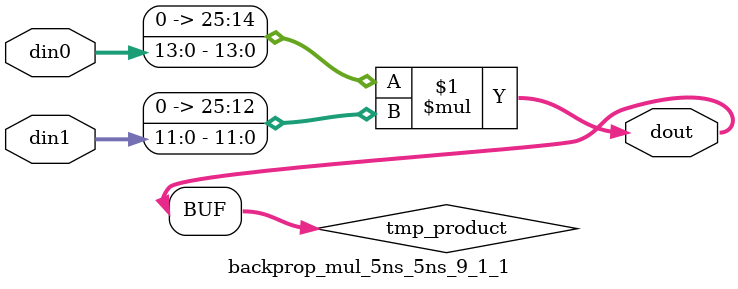
<source format=v>

 module backprop_mul_5ns_5ns_9_1_1(din0, din1, dout);  
parameter ID = 1;
parameter NUM_STAGE = 0;
parameter din0_WIDTH = 14;
parameter din1_WIDTH = 12;
parameter dout_WIDTH = 26;
input [din0_WIDTH - 1 : 0] din0; 
input [din1_WIDTH - 1 : 0] din1; 
output [dout_WIDTH - 1 : 0] dout;
wire signed [dout_WIDTH - 1 : 0] tmp_product;
assign tmp_product = $signed({1'b0, din0}) * $signed({1'b0, din1});
assign dout = tmp_product;
endmodule

</source>
